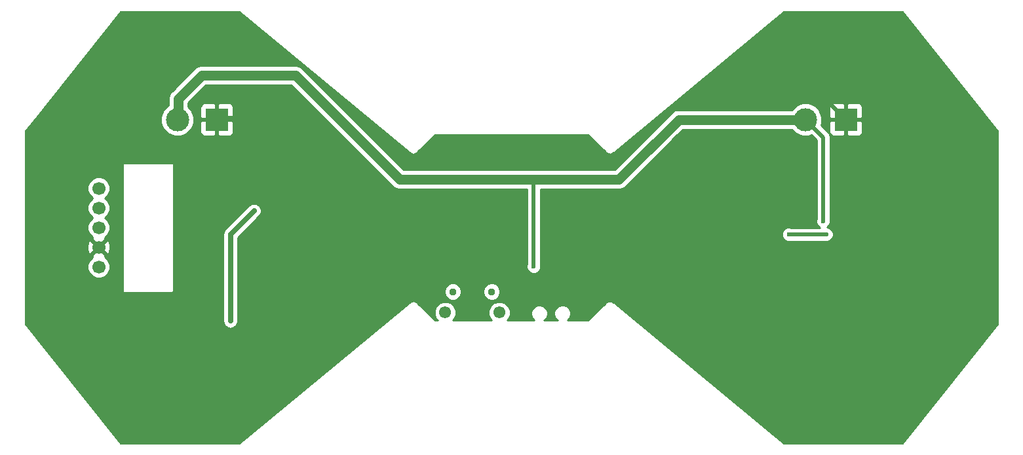
<source format=gbl>
G04 #@! TF.GenerationSoftware,KiCad,Pcbnew,(5.0.1-3-g963ef8bb5)*
G04 #@! TF.CreationDate,2019-02-08T19:31:27-05:00*
G04 #@! TF.ProjectId,glowtie,676C6F777469652E6B696361645F7063,rev?*
G04 #@! TF.SameCoordinates,Original*
G04 #@! TF.FileFunction,Copper,L2,Bot,Signal*
G04 #@! TF.FilePolarity,Positive*
%FSLAX46Y46*%
G04 Gerber Fmt 4.6, Leading zero omitted, Abs format (unit mm)*
G04 Created by KiCad (PCBNEW (5.0.1-3-g963ef8bb5)) date Friday, February 08, 2019 at 07:31:27 PM*
%MOMM*%
%LPD*%
G01*
G04 APERTURE LIST*
G04 #@! TA.AperFunction,BGAPad,CuDef*
%ADD10C,3.000000*%
G04 #@! TD*
G04 #@! TA.AperFunction,SMDPad,CuDef*
%ADD11R,3.000000X3.000000*%
G04 #@! TD*
G04 #@! TA.AperFunction,ComponentPad*
%ADD12C,0.950000*%
G04 #@! TD*
G04 #@! TA.AperFunction,ComponentPad*
%ADD13C,1.550000*%
G04 #@! TD*
G04 #@! TA.AperFunction,ComponentPad*
%ADD14C,1.700000*%
G04 #@! TD*
G04 #@! TA.AperFunction,ViaPad*
%ADD15C,0.600000*%
G04 #@! TD*
G04 #@! TA.AperFunction,Conductor*
%ADD16C,0.508000*%
G04 #@! TD*
G04 #@! TA.AperFunction,Conductor*
%ADD17C,1.270000*%
G04 #@! TD*
G04 #@! TA.AperFunction,Conductor*
%ADD18C,0.635000*%
G04 #@! TD*
G04 #@! TA.AperFunction,Conductor*
%ADD19C,0.254000*%
G04 #@! TD*
G04 APERTURE END LIST*
D10*
G04 #@! TO.P,J8,1*
G04 #@! TO.N,Net-(10uF2-Pad1)*
X114173000Y-27305000D03*
G04 #@! TD*
G04 #@! TO.P,J9,1*
G04 #@! TO.N,Net-(10uF2-Pad1)*
X33020000Y-27305000D03*
G04 #@! TD*
D11*
G04 #@! TO.P,J6,1*
G04 #@! TO.N,GND*
X119380000Y-27305000D03*
G04 #@! TD*
G04 #@! TO.P,J7,1*
G04 #@! TO.N,GND*
X38100000Y-27305000D03*
G04 #@! TD*
D12*
G04 #@! TO.P,J1,6*
G04 #@! TO.N,Net-(J1-Pad6)*
X68620000Y-49577000D03*
X73620000Y-49577000D03*
D13*
X67620000Y-52277000D03*
X74620000Y-52277000D03*
G04 #@! TD*
D14*
G04 #@! TO.P,J11,1*
G04 #@! TO.N,GND*
X22860000Y-43815000D03*
G04 #@! TD*
G04 #@! TO.P,J10,1*
G04 #@! TO.N,+3V3*
X22860000Y-41275000D03*
G04 #@! TD*
G04 #@! TO.P,J5,1*
G04 #@! TO.N,Net-(J5-Pad1)*
X22860000Y-46355000D03*
G04 #@! TD*
G04 #@! TO.P,J4,1*
G04 #@! TO.N,Net-(J4-Pad1)*
X22860000Y-38735000D03*
G04 #@! TD*
G04 #@! TO.P,J2,1*
G04 #@! TO.N,Net-(J2-Pad1)*
X22860000Y-36195000D03*
G04 #@! TD*
D15*
G04 #@! TO.N,GND*
X112014000Y-40576500D03*
X115951000Y-44132500D03*
X71501000Y-38989000D03*
X63119000Y-41402000D03*
X113030000Y-20574000D03*
X51816000Y-32639000D03*
G04 #@! TO.N,Net-(10uF2-Pad1)*
X79057500Y-46291500D03*
X116459000Y-40449500D03*
G04 #@! TO.N,Net-(R470-Pad1)*
X116840000Y-42164000D03*
X112014000Y-42164000D03*
G04 #@! TO.N,Net-(J5-Pad1)*
X42926000Y-39116000D03*
X39878000Y-53340000D03*
G04 #@! TD*
D16*
G04 #@! TO.N,GND*
X111569500Y-44132500D02*
X115951000Y-44132500D01*
X110363000Y-42926000D02*
X111569500Y-44132500D01*
X110363000Y-41211500D02*
X110363000Y-42926000D01*
X110998000Y-40576500D02*
X110363000Y-41211500D01*
X112014000Y-40576500D02*
X110998000Y-40576500D01*
X119348250Y-27336750D02*
X119380000Y-27305000D01*
X65532000Y-38989000D02*
X71501000Y-38989000D01*
X63119000Y-41402000D02*
X65532000Y-38989000D01*
X113030000Y-20574000D02*
X113030000Y-20955000D01*
X113030000Y-20955000D02*
X119380000Y-27305000D01*
X51816000Y-32639000D02*
X46228000Y-27051000D01*
X46228000Y-27051000D02*
X38481000Y-27051000D01*
X38481000Y-27051000D02*
X38100000Y-26670000D01*
G04 #@! TO.N,Net-(10uF2-Pad1)*
X79057500Y-46291500D02*
X79057500Y-35052000D01*
X79057500Y-35052000D02*
X79057500Y-35242500D01*
X79057500Y-35242500D02*
X79057500Y-35052000D01*
X116459000Y-40449500D02*
X116459000Y-29591000D01*
X116459000Y-29591000D02*
X114173000Y-27305000D01*
X114173000Y-27305000D02*
X114173000Y-27432000D01*
D17*
X36195000Y-21590000D02*
X33147000Y-24638000D01*
X59690001Y-33019999D02*
X48260002Y-21590000D01*
X36195000Y-21590000D02*
X48260002Y-21590000D01*
X33147000Y-24638000D02*
X33147000Y-27178000D01*
X33147000Y-27178000D02*
X33020000Y-27305000D01*
X86360000Y-35052000D02*
X90043000Y-35052000D01*
X92075000Y-33020000D02*
X96520000Y-28575000D01*
X90043000Y-35052000D02*
X92075000Y-33020000D01*
X61722000Y-35052000D02*
X79057500Y-35052000D01*
X79057500Y-35052000D02*
X86360000Y-35052000D01*
X59690001Y-33020001D02*
X61722000Y-35052000D01*
X59690001Y-33019999D02*
X59690001Y-33020001D01*
X97790000Y-27305000D02*
X114300000Y-27305000D01*
X96520000Y-28575000D02*
X97790000Y-27305000D01*
X59690001Y-33019999D02*
X59690002Y-33020000D01*
D16*
G04 #@! TO.N,Net-(R470-Pad1)*
X112014000Y-42164000D02*
X116840000Y-42164000D01*
D18*
G04 #@! TO.N,Net-(J5-Pad1)*
X39878000Y-42164000D02*
X42926000Y-39116000D01*
X39878000Y-53340000D02*
X39878000Y-42164000D01*
G04 #@! TD*
D19*
G04 #@! TO.N,GND*
G36*
X62985987Y-31578689D02*
X63006144Y-31608856D01*
X63090097Y-31664952D01*
X63114904Y-31685506D01*
X63146084Y-31702361D01*
X63232727Y-31760254D01*
X63265089Y-31766691D01*
X63294121Y-31782385D01*
X63397790Y-31793088D01*
X63500000Y-31813419D01*
X63532365Y-31806981D01*
X63565190Y-31810370D01*
X63665064Y-31780585D01*
X63767273Y-31760254D01*
X63794710Y-31741922D01*
X63826335Y-31732490D01*
X63907207Y-31666753D01*
X63936665Y-31647070D01*
X63959437Y-31624298D01*
X64037797Y-31560603D01*
X64055052Y-31528683D01*
X66323736Y-29260000D01*
X86076265Y-29260000D01*
X88344949Y-31528685D01*
X88362203Y-31560603D01*
X88440558Y-31624294D01*
X88463334Y-31647070D01*
X88492798Y-31666757D01*
X88573665Y-31732490D01*
X88605289Y-31741921D01*
X88632726Y-31760254D01*
X88734934Y-31780584D01*
X88834810Y-31810370D01*
X88867638Y-31806981D01*
X88899999Y-31813418D01*
X89002203Y-31793088D01*
X89105878Y-31782385D01*
X89134910Y-31766691D01*
X89167273Y-31760254D01*
X89253921Y-31702358D01*
X89285095Y-31685506D01*
X89309898Y-31664955D01*
X89393856Y-31608856D01*
X89414014Y-31578687D01*
X111371913Y-13385000D01*
X126670772Y-13385000D01*
X139015001Y-28815286D01*
X139015000Y-53734715D01*
X126670772Y-69165000D01*
X111371913Y-69165000D01*
X89414014Y-50971313D01*
X89393856Y-50941144D01*
X89309898Y-50885045D01*
X89285095Y-50864494D01*
X89253921Y-50847642D01*
X89167273Y-50789746D01*
X89134910Y-50783309D01*
X89105878Y-50767615D01*
X89002203Y-50756912D01*
X88899999Y-50736582D01*
X88867638Y-50743019D01*
X88834810Y-50739630D01*
X88734934Y-50769416D01*
X88632726Y-50789746D01*
X88605289Y-50808079D01*
X88573665Y-50817510D01*
X88492798Y-50883243D01*
X88463334Y-50902930D01*
X88440558Y-50925706D01*
X88362203Y-50989397D01*
X88344949Y-51021315D01*
X86076265Y-53290000D01*
X83424421Y-53290000D01*
X83699818Y-53014603D01*
X83865000Y-52615820D01*
X83865000Y-52184180D01*
X83699818Y-51785397D01*
X83394603Y-51480182D01*
X82995820Y-51315000D01*
X82564180Y-51315000D01*
X82165397Y-51480182D01*
X81860182Y-51785397D01*
X81695000Y-52184180D01*
X81695000Y-52615820D01*
X81860182Y-53014603D01*
X82135579Y-53290000D01*
X80424421Y-53290000D01*
X80699818Y-53014603D01*
X80865000Y-52615820D01*
X80865000Y-52184180D01*
X80699818Y-51785397D01*
X80394603Y-51480182D01*
X79995820Y-51315000D01*
X79564180Y-51315000D01*
X79165397Y-51480182D01*
X78860182Y-51785397D01*
X78695000Y-52184180D01*
X78695000Y-52615820D01*
X78860182Y-53014603D01*
X79135579Y-53290000D01*
X75601042Y-53290000D01*
X75815341Y-53075701D01*
X76030000Y-52557467D01*
X76030000Y-51996533D01*
X75815341Y-51478299D01*
X75418701Y-51081659D01*
X74900467Y-50867000D01*
X74339533Y-50867000D01*
X73821299Y-51081659D01*
X73424659Y-51478299D01*
X73210000Y-51996533D01*
X73210000Y-52557467D01*
X73424659Y-53075701D01*
X73638958Y-53290000D01*
X68601042Y-53290000D01*
X68815341Y-53075701D01*
X69030000Y-52557467D01*
X69030000Y-51996533D01*
X68815341Y-51478299D01*
X68418701Y-51081659D01*
X67900467Y-50867000D01*
X67339533Y-50867000D01*
X66821299Y-51081659D01*
X66424659Y-51478299D01*
X66210000Y-51996533D01*
X66210000Y-52557467D01*
X66424659Y-53075701D01*
X66638958Y-53290000D01*
X66323736Y-53290000D01*
X64055052Y-51021317D01*
X64037797Y-50989397D01*
X63959437Y-50925702D01*
X63936665Y-50902930D01*
X63907207Y-50883247D01*
X63826335Y-50817510D01*
X63794710Y-50808078D01*
X63767273Y-50789746D01*
X63665064Y-50769415D01*
X63565190Y-50739630D01*
X63532365Y-50743019D01*
X63500000Y-50736581D01*
X63397790Y-50756912D01*
X63294121Y-50767615D01*
X63265089Y-50783309D01*
X63232727Y-50789746D01*
X63146084Y-50847639D01*
X63114904Y-50864494D01*
X63090097Y-50885048D01*
X63006144Y-50941144D01*
X62985987Y-50971311D01*
X41028088Y-69165000D01*
X25729228Y-69165000D01*
X13385000Y-53734716D01*
X13385000Y-46059615D01*
X21375000Y-46059615D01*
X21375000Y-46650385D01*
X21601078Y-47196185D01*
X22018815Y-47613922D01*
X22564615Y-47840000D01*
X23155385Y-47840000D01*
X23701185Y-47613922D01*
X24118922Y-47196185D01*
X24345000Y-46650385D01*
X24345000Y-46059615D01*
X24118922Y-45513815D01*
X23701185Y-45096078D01*
X23654753Y-45076845D01*
X23724353Y-44858958D01*
X22860000Y-43994605D01*
X21995647Y-44858958D01*
X22065247Y-45076845D01*
X22018815Y-45096078D01*
X21601078Y-45513815D01*
X21375000Y-46059615D01*
X13385000Y-46059615D01*
X13385000Y-43586279D01*
X21363282Y-43586279D01*
X21389685Y-44176458D01*
X21564741Y-44599080D01*
X21816042Y-44679353D01*
X22680395Y-43815000D01*
X23039605Y-43815000D01*
X23903958Y-44679353D01*
X24155259Y-44599080D01*
X24356718Y-44043721D01*
X24330315Y-43453542D01*
X24155259Y-43030920D01*
X23903958Y-42950647D01*
X23039605Y-43815000D01*
X22680395Y-43815000D01*
X21816042Y-42950647D01*
X21564741Y-43030920D01*
X21363282Y-43586279D01*
X13385000Y-43586279D01*
X13385000Y-35899615D01*
X21375000Y-35899615D01*
X21375000Y-36490385D01*
X21601078Y-37036185D01*
X22018815Y-37453922D01*
X22045560Y-37465000D01*
X22018815Y-37476078D01*
X21601078Y-37893815D01*
X21375000Y-38439615D01*
X21375000Y-39030385D01*
X21601078Y-39576185D01*
X22018815Y-39993922D01*
X22045560Y-40005000D01*
X22018815Y-40016078D01*
X21601078Y-40433815D01*
X21375000Y-40979615D01*
X21375000Y-41570385D01*
X21601078Y-42116185D01*
X22018815Y-42533922D01*
X22065247Y-42553155D01*
X21995647Y-42771042D01*
X22860000Y-43635395D01*
X23724353Y-42771042D01*
X23654753Y-42553155D01*
X23701185Y-42533922D01*
X24118922Y-42116185D01*
X24345000Y-41570385D01*
X24345000Y-40979615D01*
X24118922Y-40433815D01*
X23701185Y-40016078D01*
X23674440Y-40005000D01*
X23701185Y-39993922D01*
X24118922Y-39576185D01*
X24345000Y-39030385D01*
X24345000Y-38439615D01*
X24118922Y-37893815D01*
X23701185Y-37476078D01*
X23674440Y-37465000D01*
X23701185Y-37453922D01*
X24118922Y-37036185D01*
X24345000Y-36490385D01*
X24345000Y-35899615D01*
X24118922Y-35353815D01*
X23701185Y-34936078D01*
X23155385Y-34710000D01*
X22564615Y-34710000D01*
X22018815Y-34936078D01*
X21601078Y-35353815D01*
X21375000Y-35899615D01*
X13385000Y-35899615D01*
X13385000Y-33020000D01*
X25908000Y-33020000D01*
X25908000Y-49530000D01*
X25917667Y-49578601D01*
X25945197Y-49619803D01*
X25986399Y-49647333D01*
X26035000Y-49657000D01*
X32385000Y-49657000D01*
X32433601Y-49647333D01*
X32474803Y-49619803D01*
X32502333Y-49578601D01*
X32512000Y-49530000D01*
X32512000Y-42164000D01*
X38906840Y-42164000D01*
X38925501Y-42257815D01*
X38925500Y-53433809D01*
X38943000Y-53521788D01*
X38943000Y-53525983D01*
X38944605Y-53529859D01*
X38980765Y-53711646D01*
X39083739Y-53865758D01*
X39085345Y-53869635D01*
X39088312Y-53872602D01*
X39191286Y-54026714D01*
X39345399Y-54129689D01*
X39348365Y-54132655D01*
X39352240Y-54134260D01*
X39506353Y-54237235D01*
X39688142Y-54273395D01*
X39692017Y-54275000D01*
X39696211Y-54275000D01*
X39878000Y-54311160D01*
X40059789Y-54275000D01*
X40063983Y-54275000D01*
X40067858Y-54273395D01*
X40249646Y-54237235D01*
X40403758Y-54134261D01*
X40407635Y-54132655D01*
X40410602Y-54129688D01*
X40564714Y-54026714D01*
X40667689Y-53872601D01*
X40670655Y-53869635D01*
X40672260Y-53865760D01*
X40775235Y-53711647D01*
X40811395Y-53529858D01*
X40813000Y-53525983D01*
X40813000Y-53521789D01*
X40830500Y-53433810D01*
X40830500Y-49356207D01*
X67510000Y-49356207D01*
X67510000Y-49797793D01*
X67678988Y-50205764D01*
X67991236Y-50518012D01*
X68399207Y-50687000D01*
X68840793Y-50687000D01*
X69248764Y-50518012D01*
X69561012Y-50205764D01*
X69730000Y-49797793D01*
X69730000Y-49356207D01*
X72510000Y-49356207D01*
X72510000Y-49797793D01*
X72678988Y-50205764D01*
X72991236Y-50518012D01*
X73399207Y-50687000D01*
X73840793Y-50687000D01*
X74248764Y-50518012D01*
X74561012Y-50205764D01*
X74730000Y-49797793D01*
X74730000Y-49356207D01*
X74561012Y-48948236D01*
X74248764Y-48635988D01*
X73840793Y-48467000D01*
X73399207Y-48467000D01*
X72991236Y-48635988D01*
X72678988Y-48948236D01*
X72510000Y-49356207D01*
X69730000Y-49356207D01*
X69561012Y-48948236D01*
X69248764Y-48635988D01*
X68840793Y-48467000D01*
X68399207Y-48467000D01*
X67991236Y-48635988D01*
X67678988Y-48948236D01*
X67510000Y-49356207D01*
X40830500Y-49356207D01*
X40830500Y-42558537D01*
X43665852Y-39723186D01*
X43715687Y-39648603D01*
X43718655Y-39645635D01*
X43720261Y-39641757D01*
X43823235Y-39487647D01*
X43859395Y-39305858D01*
X43861000Y-39301983D01*
X43861000Y-39297789D01*
X43897160Y-39116000D01*
X43861000Y-38934211D01*
X43861000Y-38930017D01*
X43859395Y-38926142D01*
X43823235Y-38744354D01*
X43720262Y-38590245D01*
X43718655Y-38586365D01*
X43715685Y-38583395D01*
X43612713Y-38429287D01*
X43458605Y-38326315D01*
X43455635Y-38323345D01*
X43451755Y-38321738D01*
X43297646Y-38218765D01*
X43115858Y-38182605D01*
X43111983Y-38181000D01*
X43107789Y-38181000D01*
X42926000Y-38144840D01*
X42744211Y-38181000D01*
X42740017Y-38181000D01*
X42736142Y-38182605D01*
X42554353Y-38218765D01*
X42400243Y-38321739D01*
X42396365Y-38323345D01*
X42393397Y-38326313D01*
X42318814Y-38376148D01*
X39270818Y-41424145D01*
X39191287Y-41477286D01*
X39086330Y-41634365D01*
X38980765Y-41792354D01*
X38906840Y-42164000D01*
X32512000Y-42164000D01*
X32512000Y-33020000D01*
X32502333Y-32971399D01*
X32474803Y-32930197D01*
X32433601Y-32902667D01*
X32385000Y-32893000D01*
X26035000Y-32893000D01*
X25986399Y-32902667D01*
X25945197Y-32930197D01*
X25917667Y-32971399D01*
X25908000Y-33020000D01*
X13385000Y-33020000D01*
X13385000Y-28815284D01*
X14932969Y-26880322D01*
X30885000Y-26880322D01*
X30885000Y-27729678D01*
X31210034Y-28514380D01*
X31810620Y-29114966D01*
X32595322Y-29440000D01*
X33444678Y-29440000D01*
X34229380Y-29114966D01*
X34829966Y-28514380D01*
X35155000Y-27729678D01*
X35155000Y-27590750D01*
X35965000Y-27590750D01*
X35965000Y-28931310D01*
X36061673Y-29164699D01*
X36240302Y-29343327D01*
X36473691Y-29440000D01*
X37814250Y-29440000D01*
X37973000Y-29281250D01*
X37973000Y-27432000D01*
X38227000Y-27432000D01*
X38227000Y-29281250D01*
X38385750Y-29440000D01*
X39726309Y-29440000D01*
X39959698Y-29343327D01*
X40138327Y-29164699D01*
X40235000Y-28931310D01*
X40235000Y-27590750D01*
X40076250Y-27432000D01*
X38227000Y-27432000D01*
X37973000Y-27432000D01*
X36123750Y-27432000D01*
X35965000Y-27590750D01*
X35155000Y-27590750D01*
X35155000Y-26880322D01*
X34829966Y-26095620D01*
X34417000Y-25682654D01*
X34417000Y-25678690D01*
X35965000Y-25678690D01*
X35965000Y-27019250D01*
X36123750Y-27178000D01*
X37973000Y-27178000D01*
X37973000Y-25328750D01*
X38227000Y-25328750D01*
X38227000Y-27178000D01*
X40076250Y-27178000D01*
X40235000Y-27019250D01*
X40235000Y-25678690D01*
X40138327Y-25445301D01*
X39959698Y-25266673D01*
X39726309Y-25170000D01*
X38385750Y-25170000D01*
X38227000Y-25328750D01*
X37973000Y-25328750D01*
X37814250Y-25170000D01*
X36473691Y-25170000D01*
X36240302Y-25266673D01*
X36061673Y-25445301D01*
X35965000Y-25678690D01*
X34417000Y-25678690D01*
X34417000Y-25164050D01*
X36721051Y-22860000D01*
X47733952Y-22860000D01*
X58703528Y-33829577D01*
X58774383Y-33935619D01*
X58880422Y-34006472D01*
X60735530Y-35861581D01*
X60806382Y-35967618D01*
X61226471Y-36248313D01*
X61596920Y-36322000D01*
X61596924Y-36322000D01*
X61722000Y-36346879D01*
X61847076Y-36322000D01*
X78168501Y-36322000D01*
X78168500Y-45994463D01*
X78122500Y-46105517D01*
X78122500Y-46477483D01*
X78264845Y-46821135D01*
X78527865Y-47084155D01*
X78871517Y-47226500D01*
X79243483Y-47226500D01*
X79587135Y-47084155D01*
X79850155Y-46821135D01*
X79992500Y-46477483D01*
X79992500Y-46105517D01*
X79946500Y-45994463D01*
X79946500Y-36322000D01*
X89917925Y-36322000D01*
X90043000Y-36346879D01*
X90168075Y-36322000D01*
X90168080Y-36322000D01*
X90538529Y-36248313D01*
X90958618Y-35967618D01*
X91029471Y-35861579D01*
X93061470Y-33829581D01*
X93061472Y-33829578D01*
X97506470Y-29384581D01*
X97506472Y-29384578D01*
X98316051Y-28575000D01*
X112423654Y-28575000D01*
X112963620Y-29114966D01*
X113748322Y-29440000D01*
X114597678Y-29440000D01*
X114918059Y-29307294D01*
X115570001Y-29959237D01*
X115570000Y-40152463D01*
X115524000Y-40263517D01*
X115524000Y-40635483D01*
X115666345Y-40979135D01*
X115929365Y-41242155D01*
X116008660Y-41275000D01*
X112311037Y-41275000D01*
X112199983Y-41229000D01*
X111828017Y-41229000D01*
X111484365Y-41371345D01*
X111221345Y-41634365D01*
X111079000Y-41978017D01*
X111079000Y-42349983D01*
X111221345Y-42693635D01*
X111484365Y-42956655D01*
X111828017Y-43099000D01*
X112199983Y-43099000D01*
X112311037Y-43053000D01*
X116542963Y-43053000D01*
X116654017Y-43099000D01*
X117025983Y-43099000D01*
X117369635Y-42956655D01*
X117632655Y-42693635D01*
X117775000Y-42349983D01*
X117775000Y-41978017D01*
X117632655Y-41634365D01*
X117369635Y-41371345D01*
X117025983Y-41229000D01*
X117001790Y-41229000D01*
X117251655Y-40979135D01*
X117394000Y-40635483D01*
X117394000Y-40263517D01*
X117348000Y-40152463D01*
X117348000Y-29678550D01*
X117365415Y-29590999D01*
X117348000Y-29503448D01*
X117348000Y-29503444D01*
X117296419Y-29244130D01*
X117099933Y-28950067D01*
X117025707Y-28900471D01*
X116175294Y-28050059D01*
X116308000Y-27729678D01*
X116308000Y-27590750D01*
X117245000Y-27590750D01*
X117245000Y-28931310D01*
X117341673Y-29164699D01*
X117520302Y-29343327D01*
X117753691Y-29440000D01*
X119094250Y-29440000D01*
X119253000Y-29281250D01*
X119253000Y-27432000D01*
X119507000Y-27432000D01*
X119507000Y-29281250D01*
X119665750Y-29440000D01*
X121006309Y-29440000D01*
X121239698Y-29343327D01*
X121418327Y-29164699D01*
X121515000Y-28931310D01*
X121515000Y-27590750D01*
X121356250Y-27432000D01*
X119507000Y-27432000D01*
X119253000Y-27432000D01*
X117403750Y-27432000D01*
X117245000Y-27590750D01*
X116308000Y-27590750D01*
X116308000Y-26880322D01*
X115982966Y-26095620D01*
X115566036Y-25678690D01*
X117245000Y-25678690D01*
X117245000Y-27019250D01*
X117403750Y-27178000D01*
X119253000Y-27178000D01*
X119253000Y-25328750D01*
X119507000Y-25328750D01*
X119507000Y-27178000D01*
X121356250Y-27178000D01*
X121515000Y-27019250D01*
X121515000Y-25678690D01*
X121418327Y-25445301D01*
X121239698Y-25266673D01*
X121006309Y-25170000D01*
X119665750Y-25170000D01*
X119507000Y-25328750D01*
X119253000Y-25328750D01*
X119094250Y-25170000D01*
X117753691Y-25170000D01*
X117520302Y-25266673D01*
X117341673Y-25445301D01*
X117245000Y-25678690D01*
X115566036Y-25678690D01*
X115382380Y-25495034D01*
X114597678Y-25170000D01*
X113748322Y-25170000D01*
X112963620Y-25495034D01*
X112423654Y-26035000D01*
X97915074Y-26035000D01*
X97789999Y-26010121D01*
X97664924Y-26035000D01*
X97664920Y-26035000D01*
X97294471Y-26108687D01*
X97294469Y-26108688D01*
X97294470Y-26108688D01*
X97064451Y-26262382D01*
X96874382Y-26389382D01*
X96803530Y-26495419D01*
X95710422Y-27588528D01*
X95710419Y-27588530D01*
X91265422Y-32033528D01*
X91265419Y-32033530D01*
X89516950Y-33782000D01*
X62248051Y-33782000D01*
X60676476Y-32210426D01*
X60605619Y-32104381D01*
X60499583Y-32033530D01*
X49246473Y-20780421D01*
X49175620Y-20674382D01*
X48755531Y-20393687D01*
X48385082Y-20320000D01*
X48385077Y-20320000D01*
X48260002Y-20295121D01*
X48134927Y-20320000D01*
X36320075Y-20320000D01*
X36195000Y-20295121D01*
X36069925Y-20320000D01*
X36069920Y-20320000D01*
X35699471Y-20393687D01*
X35279382Y-20674382D01*
X35208531Y-20780419D01*
X32337421Y-23651529D01*
X32231382Y-23722382D01*
X31950687Y-24142472D01*
X31877000Y-24512921D01*
X31877000Y-24512925D01*
X31852121Y-24638000D01*
X31877000Y-24763075D01*
X31877000Y-25467538D01*
X31810620Y-25495034D01*
X31210034Y-26095620D01*
X30885000Y-26880322D01*
X14932969Y-26880322D01*
X25729228Y-13385000D01*
X41028088Y-13385000D01*
X62985987Y-31578689D01*
X62985987Y-31578689D01*
G37*
X62985987Y-31578689D02*
X63006144Y-31608856D01*
X63090097Y-31664952D01*
X63114904Y-31685506D01*
X63146084Y-31702361D01*
X63232727Y-31760254D01*
X63265089Y-31766691D01*
X63294121Y-31782385D01*
X63397790Y-31793088D01*
X63500000Y-31813419D01*
X63532365Y-31806981D01*
X63565190Y-31810370D01*
X63665064Y-31780585D01*
X63767273Y-31760254D01*
X63794710Y-31741922D01*
X63826335Y-31732490D01*
X63907207Y-31666753D01*
X63936665Y-31647070D01*
X63959437Y-31624298D01*
X64037797Y-31560603D01*
X64055052Y-31528683D01*
X66323736Y-29260000D01*
X86076265Y-29260000D01*
X88344949Y-31528685D01*
X88362203Y-31560603D01*
X88440558Y-31624294D01*
X88463334Y-31647070D01*
X88492798Y-31666757D01*
X88573665Y-31732490D01*
X88605289Y-31741921D01*
X88632726Y-31760254D01*
X88734934Y-31780584D01*
X88834810Y-31810370D01*
X88867638Y-31806981D01*
X88899999Y-31813418D01*
X89002203Y-31793088D01*
X89105878Y-31782385D01*
X89134910Y-31766691D01*
X89167273Y-31760254D01*
X89253921Y-31702358D01*
X89285095Y-31685506D01*
X89309898Y-31664955D01*
X89393856Y-31608856D01*
X89414014Y-31578687D01*
X111371913Y-13385000D01*
X126670772Y-13385000D01*
X139015001Y-28815286D01*
X139015000Y-53734715D01*
X126670772Y-69165000D01*
X111371913Y-69165000D01*
X89414014Y-50971313D01*
X89393856Y-50941144D01*
X89309898Y-50885045D01*
X89285095Y-50864494D01*
X89253921Y-50847642D01*
X89167273Y-50789746D01*
X89134910Y-50783309D01*
X89105878Y-50767615D01*
X89002203Y-50756912D01*
X88899999Y-50736582D01*
X88867638Y-50743019D01*
X88834810Y-50739630D01*
X88734934Y-50769416D01*
X88632726Y-50789746D01*
X88605289Y-50808079D01*
X88573665Y-50817510D01*
X88492798Y-50883243D01*
X88463334Y-50902930D01*
X88440558Y-50925706D01*
X88362203Y-50989397D01*
X88344949Y-51021315D01*
X86076265Y-53290000D01*
X83424421Y-53290000D01*
X83699818Y-53014603D01*
X83865000Y-52615820D01*
X83865000Y-52184180D01*
X83699818Y-51785397D01*
X83394603Y-51480182D01*
X82995820Y-51315000D01*
X82564180Y-51315000D01*
X82165397Y-51480182D01*
X81860182Y-51785397D01*
X81695000Y-52184180D01*
X81695000Y-52615820D01*
X81860182Y-53014603D01*
X82135579Y-53290000D01*
X80424421Y-53290000D01*
X80699818Y-53014603D01*
X80865000Y-52615820D01*
X80865000Y-52184180D01*
X80699818Y-51785397D01*
X80394603Y-51480182D01*
X79995820Y-51315000D01*
X79564180Y-51315000D01*
X79165397Y-51480182D01*
X78860182Y-51785397D01*
X78695000Y-52184180D01*
X78695000Y-52615820D01*
X78860182Y-53014603D01*
X79135579Y-53290000D01*
X75601042Y-53290000D01*
X75815341Y-53075701D01*
X76030000Y-52557467D01*
X76030000Y-51996533D01*
X75815341Y-51478299D01*
X75418701Y-51081659D01*
X74900467Y-50867000D01*
X74339533Y-50867000D01*
X73821299Y-51081659D01*
X73424659Y-51478299D01*
X73210000Y-51996533D01*
X73210000Y-52557467D01*
X73424659Y-53075701D01*
X73638958Y-53290000D01*
X68601042Y-53290000D01*
X68815341Y-53075701D01*
X69030000Y-52557467D01*
X69030000Y-51996533D01*
X68815341Y-51478299D01*
X68418701Y-51081659D01*
X67900467Y-50867000D01*
X67339533Y-50867000D01*
X66821299Y-51081659D01*
X66424659Y-51478299D01*
X66210000Y-51996533D01*
X66210000Y-52557467D01*
X66424659Y-53075701D01*
X66638958Y-53290000D01*
X66323736Y-53290000D01*
X64055052Y-51021317D01*
X64037797Y-50989397D01*
X63959437Y-50925702D01*
X63936665Y-50902930D01*
X63907207Y-50883247D01*
X63826335Y-50817510D01*
X63794710Y-50808078D01*
X63767273Y-50789746D01*
X63665064Y-50769415D01*
X63565190Y-50739630D01*
X63532365Y-50743019D01*
X63500000Y-50736581D01*
X63397790Y-50756912D01*
X63294121Y-50767615D01*
X63265089Y-50783309D01*
X63232727Y-50789746D01*
X63146084Y-50847639D01*
X63114904Y-50864494D01*
X63090097Y-50885048D01*
X63006144Y-50941144D01*
X62985987Y-50971311D01*
X41028088Y-69165000D01*
X25729228Y-69165000D01*
X13385000Y-53734716D01*
X13385000Y-46059615D01*
X21375000Y-46059615D01*
X21375000Y-46650385D01*
X21601078Y-47196185D01*
X22018815Y-47613922D01*
X22564615Y-47840000D01*
X23155385Y-47840000D01*
X23701185Y-47613922D01*
X24118922Y-47196185D01*
X24345000Y-46650385D01*
X24345000Y-46059615D01*
X24118922Y-45513815D01*
X23701185Y-45096078D01*
X23654753Y-45076845D01*
X23724353Y-44858958D01*
X22860000Y-43994605D01*
X21995647Y-44858958D01*
X22065247Y-45076845D01*
X22018815Y-45096078D01*
X21601078Y-45513815D01*
X21375000Y-46059615D01*
X13385000Y-46059615D01*
X13385000Y-43586279D01*
X21363282Y-43586279D01*
X21389685Y-44176458D01*
X21564741Y-44599080D01*
X21816042Y-44679353D01*
X22680395Y-43815000D01*
X23039605Y-43815000D01*
X23903958Y-44679353D01*
X24155259Y-44599080D01*
X24356718Y-44043721D01*
X24330315Y-43453542D01*
X24155259Y-43030920D01*
X23903958Y-42950647D01*
X23039605Y-43815000D01*
X22680395Y-43815000D01*
X21816042Y-42950647D01*
X21564741Y-43030920D01*
X21363282Y-43586279D01*
X13385000Y-43586279D01*
X13385000Y-35899615D01*
X21375000Y-35899615D01*
X21375000Y-36490385D01*
X21601078Y-37036185D01*
X22018815Y-37453922D01*
X22045560Y-37465000D01*
X22018815Y-37476078D01*
X21601078Y-37893815D01*
X21375000Y-38439615D01*
X21375000Y-39030385D01*
X21601078Y-39576185D01*
X22018815Y-39993922D01*
X22045560Y-40005000D01*
X22018815Y-40016078D01*
X21601078Y-40433815D01*
X21375000Y-40979615D01*
X21375000Y-41570385D01*
X21601078Y-42116185D01*
X22018815Y-42533922D01*
X22065247Y-42553155D01*
X21995647Y-42771042D01*
X22860000Y-43635395D01*
X23724353Y-42771042D01*
X23654753Y-42553155D01*
X23701185Y-42533922D01*
X24118922Y-42116185D01*
X24345000Y-41570385D01*
X24345000Y-40979615D01*
X24118922Y-40433815D01*
X23701185Y-40016078D01*
X23674440Y-40005000D01*
X23701185Y-39993922D01*
X24118922Y-39576185D01*
X24345000Y-39030385D01*
X24345000Y-38439615D01*
X24118922Y-37893815D01*
X23701185Y-37476078D01*
X23674440Y-37465000D01*
X23701185Y-37453922D01*
X24118922Y-37036185D01*
X24345000Y-36490385D01*
X24345000Y-35899615D01*
X24118922Y-35353815D01*
X23701185Y-34936078D01*
X23155385Y-34710000D01*
X22564615Y-34710000D01*
X22018815Y-34936078D01*
X21601078Y-35353815D01*
X21375000Y-35899615D01*
X13385000Y-35899615D01*
X13385000Y-33020000D01*
X25908000Y-33020000D01*
X25908000Y-49530000D01*
X25917667Y-49578601D01*
X25945197Y-49619803D01*
X25986399Y-49647333D01*
X26035000Y-49657000D01*
X32385000Y-49657000D01*
X32433601Y-49647333D01*
X32474803Y-49619803D01*
X32502333Y-49578601D01*
X32512000Y-49530000D01*
X32512000Y-42164000D01*
X38906840Y-42164000D01*
X38925501Y-42257815D01*
X38925500Y-53433809D01*
X38943000Y-53521788D01*
X38943000Y-53525983D01*
X38944605Y-53529859D01*
X38980765Y-53711646D01*
X39083739Y-53865758D01*
X39085345Y-53869635D01*
X39088312Y-53872602D01*
X39191286Y-54026714D01*
X39345399Y-54129689D01*
X39348365Y-54132655D01*
X39352240Y-54134260D01*
X39506353Y-54237235D01*
X39688142Y-54273395D01*
X39692017Y-54275000D01*
X39696211Y-54275000D01*
X39878000Y-54311160D01*
X40059789Y-54275000D01*
X40063983Y-54275000D01*
X40067858Y-54273395D01*
X40249646Y-54237235D01*
X40403758Y-54134261D01*
X40407635Y-54132655D01*
X40410602Y-54129688D01*
X40564714Y-54026714D01*
X40667689Y-53872601D01*
X40670655Y-53869635D01*
X40672260Y-53865760D01*
X40775235Y-53711647D01*
X40811395Y-53529858D01*
X40813000Y-53525983D01*
X40813000Y-53521789D01*
X40830500Y-53433810D01*
X40830500Y-49356207D01*
X67510000Y-49356207D01*
X67510000Y-49797793D01*
X67678988Y-50205764D01*
X67991236Y-50518012D01*
X68399207Y-50687000D01*
X68840793Y-50687000D01*
X69248764Y-50518012D01*
X69561012Y-50205764D01*
X69730000Y-49797793D01*
X69730000Y-49356207D01*
X72510000Y-49356207D01*
X72510000Y-49797793D01*
X72678988Y-50205764D01*
X72991236Y-50518012D01*
X73399207Y-50687000D01*
X73840793Y-50687000D01*
X74248764Y-50518012D01*
X74561012Y-50205764D01*
X74730000Y-49797793D01*
X74730000Y-49356207D01*
X74561012Y-48948236D01*
X74248764Y-48635988D01*
X73840793Y-48467000D01*
X73399207Y-48467000D01*
X72991236Y-48635988D01*
X72678988Y-48948236D01*
X72510000Y-49356207D01*
X69730000Y-49356207D01*
X69561012Y-48948236D01*
X69248764Y-48635988D01*
X68840793Y-48467000D01*
X68399207Y-48467000D01*
X67991236Y-48635988D01*
X67678988Y-48948236D01*
X67510000Y-49356207D01*
X40830500Y-49356207D01*
X40830500Y-42558537D01*
X43665852Y-39723186D01*
X43715687Y-39648603D01*
X43718655Y-39645635D01*
X43720261Y-39641757D01*
X43823235Y-39487647D01*
X43859395Y-39305858D01*
X43861000Y-39301983D01*
X43861000Y-39297789D01*
X43897160Y-39116000D01*
X43861000Y-38934211D01*
X43861000Y-38930017D01*
X43859395Y-38926142D01*
X43823235Y-38744354D01*
X43720262Y-38590245D01*
X43718655Y-38586365D01*
X43715685Y-38583395D01*
X43612713Y-38429287D01*
X43458605Y-38326315D01*
X43455635Y-38323345D01*
X43451755Y-38321738D01*
X43297646Y-38218765D01*
X43115858Y-38182605D01*
X43111983Y-38181000D01*
X43107789Y-38181000D01*
X42926000Y-38144840D01*
X42744211Y-38181000D01*
X42740017Y-38181000D01*
X42736142Y-38182605D01*
X42554353Y-38218765D01*
X42400243Y-38321739D01*
X42396365Y-38323345D01*
X42393397Y-38326313D01*
X42318814Y-38376148D01*
X39270818Y-41424145D01*
X39191287Y-41477286D01*
X39086330Y-41634365D01*
X38980765Y-41792354D01*
X38906840Y-42164000D01*
X32512000Y-42164000D01*
X32512000Y-33020000D01*
X32502333Y-32971399D01*
X32474803Y-32930197D01*
X32433601Y-32902667D01*
X32385000Y-32893000D01*
X26035000Y-32893000D01*
X25986399Y-32902667D01*
X25945197Y-32930197D01*
X25917667Y-32971399D01*
X25908000Y-33020000D01*
X13385000Y-33020000D01*
X13385000Y-28815284D01*
X14932969Y-26880322D01*
X30885000Y-26880322D01*
X30885000Y-27729678D01*
X31210034Y-28514380D01*
X31810620Y-29114966D01*
X32595322Y-29440000D01*
X33444678Y-29440000D01*
X34229380Y-29114966D01*
X34829966Y-28514380D01*
X35155000Y-27729678D01*
X35155000Y-27590750D01*
X35965000Y-27590750D01*
X35965000Y-28931310D01*
X36061673Y-29164699D01*
X36240302Y-29343327D01*
X36473691Y-29440000D01*
X37814250Y-29440000D01*
X37973000Y-29281250D01*
X37973000Y-27432000D01*
X38227000Y-27432000D01*
X38227000Y-29281250D01*
X38385750Y-29440000D01*
X39726309Y-29440000D01*
X39959698Y-29343327D01*
X40138327Y-29164699D01*
X40235000Y-28931310D01*
X40235000Y-27590750D01*
X40076250Y-27432000D01*
X38227000Y-27432000D01*
X37973000Y-27432000D01*
X36123750Y-27432000D01*
X35965000Y-27590750D01*
X35155000Y-27590750D01*
X35155000Y-26880322D01*
X34829966Y-26095620D01*
X34417000Y-25682654D01*
X34417000Y-25678690D01*
X35965000Y-25678690D01*
X35965000Y-27019250D01*
X36123750Y-27178000D01*
X37973000Y-27178000D01*
X37973000Y-25328750D01*
X38227000Y-25328750D01*
X38227000Y-27178000D01*
X40076250Y-27178000D01*
X40235000Y-27019250D01*
X40235000Y-25678690D01*
X40138327Y-25445301D01*
X39959698Y-25266673D01*
X39726309Y-25170000D01*
X38385750Y-25170000D01*
X38227000Y-25328750D01*
X37973000Y-25328750D01*
X37814250Y-25170000D01*
X36473691Y-25170000D01*
X36240302Y-25266673D01*
X36061673Y-25445301D01*
X35965000Y-25678690D01*
X34417000Y-25678690D01*
X34417000Y-25164050D01*
X36721051Y-22860000D01*
X47733952Y-22860000D01*
X58703528Y-33829577D01*
X58774383Y-33935619D01*
X58880422Y-34006472D01*
X60735530Y-35861581D01*
X60806382Y-35967618D01*
X61226471Y-36248313D01*
X61596920Y-36322000D01*
X61596924Y-36322000D01*
X61722000Y-36346879D01*
X61847076Y-36322000D01*
X78168501Y-36322000D01*
X78168500Y-45994463D01*
X78122500Y-46105517D01*
X78122500Y-46477483D01*
X78264845Y-46821135D01*
X78527865Y-47084155D01*
X78871517Y-47226500D01*
X79243483Y-47226500D01*
X79587135Y-47084155D01*
X79850155Y-46821135D01*
X79992500Y-46477483D01*
X79992500Y-46105517D01*
X79946500Y-45994463D01*
X79946500Y-36322000D01*
X89917925Y-36322000D01*
X90043000Y-36346879D01*
X90168075Y-36322000D01*
X90168080Y-36322000D01*
X90538529Y-36248313D01*
X90958618Y-35967618D01*
X91029471Y-35861579D01*
X93061470Y-33829581D01*
X93061472Y-33829578D01*
X97506470Y-29384581D01*
X97506472Y-29384578D01*
X98316051Y-28575000D01*
X112423654Y-28575000D01*
X112963620Y-29114966D01*
X113748322Y-29440000D01*
X114597678Y-29440000D01*
X114918059Y-29307294D01*
X115570001Y-29959237D01*
X115570000Y-40152463D01*
X115524000Y-40263517D01*
X115524000Y-40635483D01*
X115666345Y-40979135D01*
X115929365Y-41242155D01*
X116008660Y-41275000D01*
X112311037Y-41275000D01*
X112199983Y-41229000D01*
X111828017Y-41229000D01*
X111484365Y-41371345D01*
X111221345Y-41634365D01*
X111079000Y-41978017D01*
X111079000Y-42349983D01*
X111221345Y-42693635D01*
X111484365Y-42956655D01*
X111828017Y-43099000D01*
X112199983Y-43099000D01*
X112311037Y-43053000D01*
X116542963Y-43053000D01*
X116654017Y-43099000D01*
X117025983Y-43099000D01*
X117369635Y-42956655D01*
X117632655Y-42693635D01*
X117775000Y-42349983D01*
X117775000Y-41978017D01*
X117632655Y-41634365D01*
X117369635Y-41371345D01*
X117025983Y-41229000D01*
X117001790Y-41229000D01*
X117251655Y-40979135D01*
X117394000Y-40635483D01*
X117394000Y-40263517D01*
X117348000Y-40152463D01*
X117348000Y-29678550D01*
X117365415Y-29590999D01*
X117348000Y-29503448D01*
X117348000Y-29503444D01*
X117296419Y-29244130D01*
X117099933Y-28950067D01*
X117025707Y-28900471D01*
X116175294Y-28050059D01*
X116308000Y-27729678D01*
X116308000Y-27590750D01*
X117245000Y-27590750D01*
X117245000Y-28931310D01*
X117341673Y-29164699D01*
X117520302Y-29343327D01*
X117753691Y-29440000D01*
X119094250Y-29440000D01*
X119253000Y-29281250D01*
X119253000Y-27432000D01*
X119507000Y-27432000D01*
X119507000Y-29281250D01*
X119665750Y-29440000D01*
X121006309Y-29440000D01*
X121239698Y-29343327D01*
X121418327Y-29164699D01*
X121515000Y-28931310D01*
X121515000Y-27590750D01*
X121356250Y-27432000D01*
X119507000Y-27432000D01*
X119253000Y-27432000D01*
X117403750Y-27432000D01*
X117245000Y-27590750D01*
X116308000Y-27590750D01*
X116308000Y-26880322D01*
X115982966Y-26095620D01*
X115566036Y-25678690D01*
X117245000Y-25678690D01*
X117245000Y-27019250D01*
X117403750Y-27178000D01*
X119253000Y-27178000D01*
X119253000Y-25328750D01*
X119507000Y-25328750D01*
X119507000Y-27178000D01*
X121356250Y-27178000D01*
X121515000Y-27019250D01*
X121515000Y-25678690D01*
X121418327Y-25445301D01*
X121239698Y-25266673D01*
X121006309Y-25170000D01*
X119665750Y-25170000D01*
X119507000Y-25328750D01*
X119253000Y-25328750D01*
X119094250Y-25170000D01*
X117753691Y-25170000D01*
X117520302Y-25266673D01*
X117341673Y-25445301D01*
X117245000Y-25678690D01*
X115566036Y-25678690D01*
X115382380Y-25495034D01*
X114597678Y-25170000D01*
X113748322Y-25170000D01*
X112963620Y-25495034D01*
X112423654Y-26035000D01*
X97915074Y-26035000D01*
X97789999Y-26010121D01*
X97664924Y-26035000D01*
X97664920Y-26035000D01*
X97294471Y-26108687D01*
X97294469Y-26108688D01*
X97294470Y-26108688D01*
X97064451Y-26262382D01*
X96874382Y-26389382D01*
X96803530Y-26495419D01*
X95710422Y-27588528D01*
X95710419Y-27588530D01*
X91265422Y-32033528D01*
X91265419Y-32033530D01*
X89516950Y-33782000D01*
X62248051Y-33782000D01*
X60676476Y-32210426D01*
X60605619Y-32104381D01*
X60499583Y-32033530D01*
X49246473Y-20780421D01*
X49175620Y-20674382D01*
X48755531Y-20393687D01*
X48385082Y-20320000D01*
X48385077Y-20320000D01*
X48260002Y-20295121D01*
X48134927Y-20320000D01*
X36320075Y-20320000D01*
X36195000Y-20295121D01*
X36069925Y-20320000D01*
X36069920Y-20320000D01*
X35699471Y-20393687D01*
X35279382Y-20674382D01*
X35208531Y-20780419D01*
X32337421Y-23651529D01*
X32231382Y-23722382D01*
X31950687Y-24142472D01*
X31877000Y-24512921D01*
X31877000Y-24512925D01*
X31852121Y-24638000D01*
X31877000Y-24763075D01*
X31877000Y-25467538D01*
X31810620Y-25495034D01*
X31210034Y-26095620D01*
X30885000Y-26880322D01*
X14932969Y-26880322D01*
X25729228Y-13385000D01*
X41028088Y-13385000D01*
X62985987Y-31578689D01*
G04 #@! TD*
M02*

</source>
